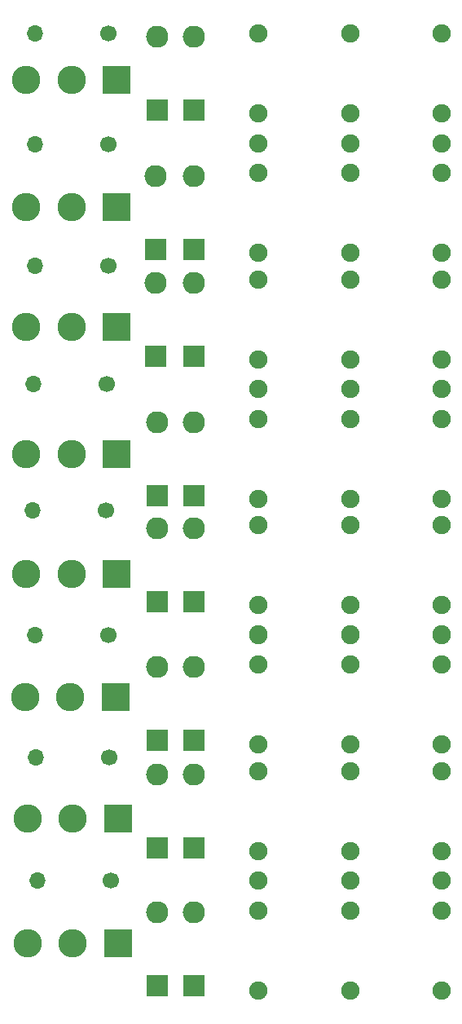
<source format=gbr>
%TF.GenerationSoftware,KiCad,Pcbnew,(5.1.6-0)*%
%TF.CreationDate,2023-01-04T15:53:52-05:00*%
%TF.ProjectId,AB MUTE,4142204d-5554-4452-9e6b-696361645f70,rev?*%
%TF.SameCoordinates,Original*%
%TF.FileFunction,Soldermask,Top*%
%TF.FilePolarity,Negative*%
%FSLAX46Y46*%
G04 Gerber Fmt 4.6, Leading zero omitted, Abs format (unit mm)*
G04 Created by KiCad (PCBNEW (5.1.6-0)) date 2023-01-04 15:53:52*
%MOMM*%
%LPD*%
G01*
G04 APERTURE LIST*
%ADD10C,2.950000*%
%ADD11R,2.950000X2.950000*%
%ADD12C,1.700000*%
%ADD13O,1.700000X1.700000*%
%ADD14C,1.900000*%
%ADD15R,2.300000X2.300000*%
%ADD16O,2.300000X2.300000*%
G04 APERTURE END LIST*
D10*
%TO.C,SW8*%
X138302000Y-127635000D03*
X143002000Y-127635000D03*
D11*
X147702000Y-127635000D03*
%TD*%
D10*
%TO.C,SW7*%
X138302000Y-114681000D03*
X143002000Y-114681000D03*
D11*
X147702000Y-114681000D03*
%TD*%
D10*
%TO.C,SW6*%
X138048000Y-102108000D03*
X142748000Y-102108000D03*
D11*
X147448000Y-102108000D03*
%TD*%
D10*
%TO.C,SW5*%
X138175000Y-51181000D03*
X142875000Y-51181000D03*
D11*
X147575000Y-51181000D03*
%TD*%
D10*
%TO.C,SW4*%
X138175000Y-89281000D03*
X142875000Y-89281000D03*
D11*
X147575000Y-89281000D03*
%TD*%
D10*
%TO.C,SW3*%
X138175000Y-76835000D03*
X142875000Y-76835000D03*
D11*
X147575000Y-76835000D03*
%TD*%
D10*
%TO.C,SW2*%
X138175000Y-63627000D03*
X142875000Y-63627000D03*
D11*
X147575000Y-63627000D03*
%TD*%
D10*
%TO.C,SW1*%
X138175000Y-37973000D03*
X142875000Y-37973000D03*
D11*
X147575000Y-37973000D03*
%TD*%
D12*
%TO.C,R8*%
X146939000Y-121158000D03*
D13*
X139319000Y-121158000D03*
%TD*%
D12*
%TO.C,R7*%
X146812000Y-108331000D03*
D13*
X139192000Y-108331000D03*
%TD*%
D12*
%TO.C,R6*%
X146685000Y-95631000D03*
D13*
X139065000Y-95631000D03*
%TD*%
D12*
%TO.C,R5*%
X146685000Y-44704000D03*
D13*
X139065000Y-44704000D03*
%TD*%
D12*
%TO.C,R4*%
X146431000Y-82677000D03*
D13*
X138811000Y-82677000D03*
%TD*%
D12*
%TO.C,R3*%
X146558000Y-69596000D03*
D13*
X138938000Y-69596000D03*
%TD*%
D12*
%TO.C,R2*%
X146685000Y-57277000D03*
D13*
X139065000Y-57277000D03*
%TD*%
D12*
%TO.C,R1*%
X146685000Y-33147000D03*
D13*
X139065000Y-33147000D03*
%TD*%
D14*
%TO.C,J24*%
X181356000Y-132555000D03*
X181356000Y-121155000D03*
X181356000Y-124255000D03*
%TD*%
%TO.C,J23*%
X181356000Y-109761000D03*
X181356000Y-121161000D03*
X181356000Y-118061000D03*
%TD*%
%TO.C,J22*%
X181356000Y-106979000D03*
X181356000Y-95579000D03*
X181356000Y-98679000D03*
%TD*%
%TO.C,J21*%
X171831000Y-132555000D03*
X171831000Y-121155000D03*
X171831000Y-124255000D03*
%TD*%
%TO.C,J20*%
X162306000Y-132555000D03*
X162306000Y-121155000D03*
X162306000Y-124255000D03*
%TD*%
%TO.C,J19*%
X171831000Y-109761000D03*
X171831000Y-121161000D03*
X171831000Y-118061000D03*
%TD*%
%TO.C,J18*%
X162306000Y-109761000D03*
X162306000Y-121161000D03*
X162306000Y-118061000D03*
%TD*%
%TO.C,J17*%
X171831000Y-106979000D03*
X171831000Y-95579000D03*
X171831000Y-98679000D03*
%TD*%
%TO.C,J16*%
X162306000Y-106979000D03*
X162306000Y-95579000D03*
X162306000Y-98679000D03*
%TD*%
%TO.C,J15*%
X181356000Y-55974000D03*
X181356000Y-44574000D03*
X181356000Y-47674000D03*
%TD*%
%TO.C,J14*%
X181356000Y-84234000D03*
X181356000Y-95634000D03*
X181356000Y-92534000D03*
%TD*%
%TO.C,J13*%
X181356000Y-81501000D03*
X181356000Y-70101000D03*
X181356000Y-73201000D03*
%TD*%
%TO.C,J12*%
X181356000Y-58707000D03*
X181356000Y-70107000D03*
X181356000Y-67007000D03*
%TD*%
%TO.C,J11*%
X171831000Y-55974000D03*
X171831000Y-44574000D03*
X171831000Y-47674000D03*
%TD*%
%TO.C,J10*%
X162306000Y-55974000D03*
X162306000Y-44574000D03*
X162306000Y-47674000D03*
%TD*%
%TO.C,J9*%
X171831000Y-84234000D03*
X171831000Y-95634000D03*
X171831000Y-92534000D03*
%TD*%
%TO.C,J8*%
X162306000Y-84234000D03*
X162306000Y-95634000D03*
X162306000Y-92534000D03*
%TD*%
%TO.C,J7*%
X171831000Y-81501000D03*
X171831000Y-70101000D03*
X171831000Y-73201000D03*
%TD*%
%TO.C,J6*%
X162306000Y-81501000D03*
X162306000Y-70101000D03*
X162306000Y-73201000D03*
%TD*%
%TO.C,J5*%
X171831000Y-58707000D03*
X171831000Y-70107000D03*
X171831000Y-67007000D03*
%TD*%
%TO.C,J4*%
X162306000Y-58707000D03*
X162306000Y-70107000D03*
X162306000Y-67007000D03*
%TD*%
%TO.C,J3*%
X181356000Y-33180000D03*
X181356000Y-44580000D03*
X181356000Y-41480000D03*
%TD*%
%TO.C,J2*%
X171831000Y-33180000D03*
X171831000Y-44580000D03*
X171831000Y-41480000D03*
%TD*%
%TO.C,J1*%
X162306000Y-33180000D03*
X162306000Y-44580000D03*
X162306000Y-41480000D03*
%TD*%
D15*
%TO.C,D16*%
X151765000Y-132080000D03*
D16*
X151765000Y-124460000D03*
%TD*%
D15*
%TO.C,D15*%
X155575000Y-132080000D03*
D16*
X155575000Y-124460000D03*
%TD*%
D15*
%TO.C,D14*%
X151765000Y-117729000D03*
D16*
X151765000Y-110109000D03*
%TD*%
D15*
%TO.C,D13*%
X155575000Y-117729000D03*
D16*
X155575000Y-110109000D03*
%TD*%
D15*
%TO.C,D12*%
X151765000Y-106553000D03*
D16*
X151765000Y-98933000D03*
%TD*%
D15*
%TO.C,D11*%
X155575000Y-106553000D03*
D16*
X155575000Y-98933000D03*
%TD*%
D15*
%TO.C,D10*%
X151638000Y-55626000D03*
D16*
X151638000Y-48006000D03*
%TD*%
D15*
%TO.C,D9*%
X155575000Y-55626000D03*
D16*
X155575000Y-48006000D03*
%TD*%
D15*
%TO.C,D8*%
X151765000Y-92202000D03*
D16*
X151765000Y-84582000D03*
%TD*%
D15*
%TO.C,D7*%
X155575000Y-92202000D03*
D16*
X155575000Y-84582000D03*
%TD*%
D15*
%TO.C,D6*%
X151765000Y-81153000D03*
D16*
X151765000Y-73533000D03*
%TD*%
D15*
%TO.C,D5*%
X155575000Y-81153000D03*
D16*
X155575000Y-73533000D03*
%TD*%
D15*
%TO.C,D4*%
X151638000Y-66675000D03*
D16*
X151638000Y-59055000D03*
%TD*%
D15*
%TO.C,D3*%
X155575000Y-66675000D03*
D16*
X155575000Y-59055000D03*
%TD*%
D15*
%TO.C,D2*%
X151765000Y-41148000D03*
D16*
X151765000Y-33528000D03*
%TD*%
D15*
%TO.C,D1*%
X155575000Y-41148000D03*
D16*
X155575000Y-33528000D03*
%TD*%
M02*

</source>
